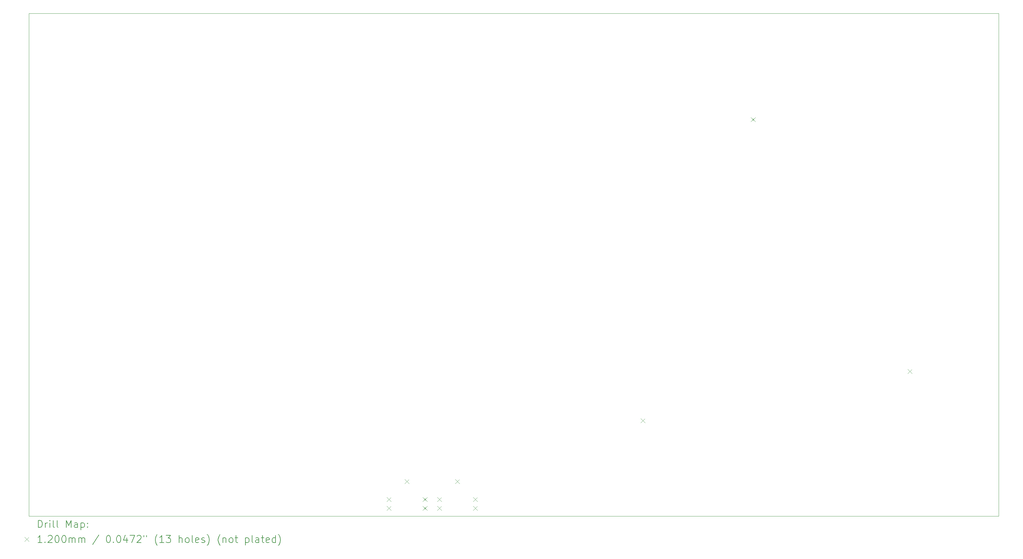
<source format=gbr>
%TF.GenerationSoftware,KiCad,Pcbnew,8.0.4*%
%TF.CreationDate,2024-09-13T17:15:01+02:00*%
%TF.ProjectId,DigiSlatePlus,44696769-536c-4617-9465-506c75732e6b,rev?*%
%TF.SameCoordinates,Original*%
%TF.FileFunction,Drillmap*%
%TF.FilePolarity,Positive*%
%FSLAX45Y45*%
G04 Gerber Fmt 4.5, Leading zero omitted, Abs format (unit mm)*
G04 Created by KiCad (PCBNEW 8.0.4) date 2024-09-13 17:15:01*
%MOMM*%
%LPD*%
G01*
G04 APERTURE LIST*
%ADD10C,0.050000*%
%ADD11C,0.200000*%
%ADD12C,0.120000*%
G04 APERTURE END LIST*
D10*
X7200000Y-6600000D02*
X34200000Y-6600000D01*
X34200000Y-20600000D01*
X7200000Y-20600000D01*
X7200000Y-6600000D01*
D11*
D12*
X17165000Y-20069500D02*
X17285000Y-20189500D01*
X17285000Y-20069500D02*
X17165000Y-20189500D01*
X17165000Y-20319500D02*
X17285000Y-20439500D01*
X17285000Y-20319500D02*
X17165000Y-20439500D01*
X17665000Y-19569500D02*
X17785000Y-19689500D01*
X17785000Y-19569500D02*
X17665000Y-19689500D01*
X18165000Y-20069500D02*
X18285000Y-20189500D01*
X18285000Y-20069500D02*
X18165000Y-20189500D01*
X18165000Y-20319500D02*
X18285000Y-20439500D01*
X18285000Y-20319500D02*
X18165000Y-20439500D01*
X18565000Y-20069500D02*
X18685000Y-20189500D01*
X18685000Y-20069500D02*
X18565000Y-20189500D01*
X18565000Y-20319500D02*
X18685000Y-20439500D01*
X18685000Y-20319500D02*
X18565000Y-20439500D01*
X19065000Y-19569500D02*
X19185000Y-19689500D01*
X19185000Y-19569500D02*
X19065000Y-19689500D01*
X19565000Y-20069500D02*
X19685000Y-20189500D01*
X19685000Y-20069500D02*
X19565000Y-20189500D01*
X19565000Y-20319500D02*
X19685000Y-20439500D01*
X19685000Y-20319500D02*
X19565000Y-20439500D01*
X24230400Y-17878400D02*
X24350400Y-17998400D01*
X24350400Y-17878400D02*
X24230400Y-17998400D01*
X27301000Y-9494500D02*
X27421000Y-9614500D01*
X27421000Y-9494500D02*
X27301000Y-9614500D01*
X31665000Y-16505000D02*
X31785000Y-16625000D01*
X31785000Y-16505000D02*
X31665000Y-16625000D01*
D11*
X7458277Y-20913984D02*
X7458277Y-20713984D01*
X7458277Y-20713984D02*
X7505896Y-20713984D01*
X7505896Y-20713984D02*
X7534467Y-20723508D01*
X7534467Y-20723508D02*
X7553515Y-20742555D01*
X7553515Y-20742555D02*
X7563039Y-20761603D01*
X7563039Y-20761603D02*
X7572562Y-20799698D01*
X7572562Y-20799698D02*
X7572562Y-20828270D01*
X7572562Y-20828270D02*
X7563039Y-20866365D01*
X7563039Y-20866365D02*
X7553515Y-20885412D01*
X7553515Y-20885412D02*
X7534467Y-20904460D01*
X7534467Y-20904460D02*
X7505896Y-20913984D01*
X7505896Y-20913984D02*
X7458277Y-20913984D01*
X7658277Y-20913984D02*
X7658277Y-20780650D01*
X7658277Y-20818746D02*
X7667801Y-20799698D01*
X7667801Y-20799698D02*
X7677324Y-20790174D01*
X7677324Y-20790174D02*
X7696372Y-20780650D01*
X7696372Y-20780650D02*
X7715420Y-20780650D01*
X7782086Y-20913984D02*
X7782086Y-20780650D01*
X7782086Y-20713984D02*
X7772562Y-20723508D01*
X7772562Y-20723508D02*
X7782086Y-20733031D01*
X7782086Y-20733031D02*
X7791610Y-20723508D01*
X7791610Y-20723508D02*
X7782086Y-20713984D01*
X7782086Y-20713984D02*
X7782086Y-20733031D01*
X7905896Y-20913984D02*
X7886848Y-20904460D01*
X7886848Y-20904460D02*
X7877324Y-20885412D01*
X7877324Y-20885412D02*
X7877324Y-20713984D01*
X8010658Y-20913984D02*
X7991610Y-20904460D01*
X7991610Y-20904460D02*
X7982086Y-20885412D01*
X7982086Y-20885412D02*
X7982086Y-20713984D01*
X8239229Y-20913984D02*
X8239229Y-20713984D01*
X8239229Y-20713984D02*
X8305896Y-20856841D01*
X8305896Y-20856841D02*
X8372562Y-20713984D01*
X8372562Y-20713984D02*
X8372562Y-20913984D01*
X8553515Y-20913984D02*
X8553515Y-20809222D01*
X8553515Y-20809222D02*
X8543991Y-20790174D01*
X8543991Y-20790174D02*
X8524944Y-20780650D01*
X8524944Y-20780650D02*
X8486848Y-20780650D01*
X8486848Y-20780650D02*
X8467801Y-20790174D01*
X8553515Y-20904460D02*
X8534467Y-20913984D01*
X8534467Y-20913984D02*
X8486848Y-20913984D01*
X8486848Y-20913984D02*
X8467801Y-20904460D01*
X8467801Y-20904460D02*
X8458277Y-20885412D01*
X8458277Y-20885412D02*
X8458277Y-20866365D01*
X8458277Y-20866365D02*
X8467801Y-20847317D01*
X8467801Y-20847317D02*
X8486848Y-20837793D01*
X8486848Y-20837793D02*
X8534467Y-20837793D01*
X8534467Y-20837793D02*
X8553515Y-20828270D01*
X8648753Y-20780650D02*
X8648753Y-20980650D01*
X8648753Y-20790174D02*
X8667801Y-20780650D01*
X8667801Y-20780650D02*
X8705896Y-20780650D01*
X8705896Y-20780650D02*
X8724944Y-20790174D01*
X8724944Y-20790174D02*
X8734467Y-20799698D01*
X8734467Y-20799698D02*
X8743991Y-20818746D01*
X8743991Y-20818746D02*
X8743991Y-20875889D01*
X8743991Y-20875889D02*
X8734467Y-20894936D01*
X8734467Y-20894936D02*
X8724944Y-20904460D01*
X8724944Y-20904460D02*
X8705896Y-20913984D01*
X8705896Y-20913984D02*
X8667801Y-20913984D01*
X8667801Y-20913984D02*
X8648753Y-20904460D01*
X8829705Y-20894936D02*
X8839229Y-20904460D01*
X8839229Y-20904460D02*
X8829705Y-20913984D01*
X8829705Y-20913984D02*
X8820182Y-20904460D01*
X8820182Y-20904460D02*
X8829705Y-20894936D01*
X8829705Y-20894936D02*
X8829705Y-20913984D01*
X8829705Y-20790174D02*
X8839229Y-20799698D01*
X8839229Y-20799698D02*
X8829705Y-20809222D01*
X8829705Y-20809222D02*
X8820182Y-20799698D01*
X8820182Y-20799698D02*
X8829705Y-20790174D01*
X8829705Y-20790174D02*
X8829705Y-20809222D01*
D12*
X7077500Y-21182500D02*
X7197500Y-21302500D01*
X7197500Y-21182500D02*
X7077500Y-21302500D01*
D11*
X7563039Y-21333984D02*
X7448753Y-21333984D01*
X7505896Y-21333984D02*
X7505896Y-21133984D01*
X7505896Y-21133984D02*
X7486848Y-21162555D01*
X7486848Y-21162555D02*
X7467801Y-21181603D01*
X7467801Y-21181603D02*
X7448753Y-21191127D01*
X7648753Y-21314936D02*
X7658277Y-21324460D01*
X7658277Y-21324460D02*
X7648753Y-21333984D01*
X7648753Y-21333984D02*
X7639229Y-21324460D01*
X7639229Y-21324460D02*
X7648753Y-21314936D01*
X7648753Y-21314936D02*
X7648753Y-21333984D01*
X7734467Y-21153031D02*
X7743991Y-21143508D01*
X7743991Y-21143508D02*
X7763039Y-21133984D01*
X7763039Y-21133984D02*
X7810658Y-21133984D01*
X7810658Y-21133984D02*
X7829705Y-21143508D01*
X7829705Y-21143508D02*
X7839229Y-21153031D01*
X7839229Y-21153031D02*
X7848753Y-21172079D01*
X7848753Y-21172079D02*
X7848753Y-21191127D01*
X7848753Y-21191127D02*
X7839229Y-21219698D01*
X7839229Y-21219698D02*
X7724943Y-21333984D01*
X7724943Y-21333984D02*
X7848753Y-21333984D01*
X7972562Y-21133984D02*
X7991610Y-21133984D01*
X7991610Y-21133984D02*
X8010658Y-21143508D01*
X8010658Y-21143508D02*
X8020182Y-21153031D01*
X8020182Y-21153031D02*
X8029705Y-21172079D01*
X8029705Y-21172079D02*
X8039229Y-21210174D01*
X8039229Y-21210174D02*
X8039229Y-21257793D01*
X8039229Y-21257793D02*
X8029705Y-21295889D01*
X8029705Y-21295889D02*
X8020182Y-21314936D01*
X8020182Y-21314936D02*
X8010658Y-21324460D01*
X8010658Y-21324460D02*
X7991610Y-21333984D01*
X7991610Y-21333984D02*
X7972562Y-21333984D01*
X7972562Y-21333984D02*
X7953515Y-21324460D01*
X7953515Y-21324460D02*
X7943991Y-21314936D01*
X7943991Y-21314936D02*
X7934467Y-21295889D01*
X7934467Y-21295889D02*
X7924943Y-21257793D01*
X7924943Y-21257793D02*
X7924943Y-21210174D01*
X7924943Y-21210174D02*
X7934467Y-21172079D01*
X7934467Y-21172079D02*
X7943991Y-21153031D01*
X7943991Y-21153031D02*
X7953515Y-21143508D01*
X7953515Y-21143508D02*
X7972562Y-21133984D01*
X8163039Y-21133984D02*
X8182086Y-21133984D01*
X8182086Y-21133984D02*
X8201134Y-21143508D01*
X8201134Y-21143508D02*
X8210658Y-21153031D01*
X8210658Y-21153031D02*
X8220182Y-21172079D01*
X8220182Y-21172079D02*
X8229705Y-21210174D01*
X8229705Y-21210174D02*
X8229705Y-21257793D01*
X8229705Y-21257793D02*
X8220182Y-21295889D01*
X8220182Y-21295889D02*
X8210658Y-21314936D01*
X8210658Y-21314936D02*
X8201134Y-21324460D01*
X8201134Y-21324460D02*
X8182086Y-21333984D01*
X8182086Y-21333984D02*
X8163039Y-21333984D01*
X8163039Y-21333984D02*
X8143991Y-21324460D01*
X8143991Y-21324460D02*
X8134467Y-21314936D01*
X8134467Y-21314936D02*
X8124943Y-21295889D01*
X8124943Y-21295889D02*
X8115420Y-21257793D01*
X8115420Y-21257793D02*
X8115420Y-21210174D01*
X8115420Y-21210174D02*
X8124943Y-21172079D01*
X8124943Y-21172079D02*
X8134467Y-21153031D01*
X8134467Y-21153031D02*
X8143991Y-21143508D01*
X8143991Y-21143508D02*
X8163039Y-21133984D01*
X8315420Y-21333984D02*
X8315420Y-21200650D01*
X8315420Y-21219698D02*
X8324943Y-21210174D01*
X8324943Y-21210174D02*
X8343991Y-21200650D01*
X8343991Y-21200650D02*
X8372563Y-21200650D01*
X8372563Y-21200650D02*
X8391610Y-21210174D01*
X8391610Y-21210174D02*
X8401134Y-21229222D01*
X8401134Y-21229222D02*
X8401134Y-21333984D01*
X8401134Y-21229222D02*
X8410658Y-21210174D01*
X8410658Y-21210174D02*
X8429705Y-21200650D01*
X8429705Y-21200650D02*
X8458277Y-21200650D01*
X8458277Y-21200650D02*
X8477325Y-21210174D01*
X8477325Y-21210174D02*
X8486848Y-21229222D01*
X8486848Y-21229222D02*
X8486848Y-21333984D01*
X8582086Y-21333984D02*
X8582086Y-21200650D01*
X8582086Y-21219698D02*
X8591610Y-21210174D01*
X8591610Y-21210174D02*
X8610658Y-21200650D01*
X8610658Y-21200650D02*
X8639229Y-21200650D01*
X8639229Y-21200650D02*
X8658277Y-21210174D01*
X8658277Y-21210174D02*
X8667801Y-21229222D01*
X8667801Y-21229222D02*
X8667801Y-21333984D01*
X8667801Y-21229222D02*
X8677325Y-21210174D01*
X8677325Y-21210174D02*
X8696372Y-21200650D01*
X8696372Y-21200650D02*
X8724944Y-21200650D01*
X8724944Y-21200650D02*
X8743991Y-21210174D01*
X8743991Y-21210174D02*
X8753515Y-21229222D01*
X8753515Y-21229222D02*
X8753515Y-21333984D01*
X9143991Y-21124460D02*
X8972563Y-21381603D01*
X9401134Y-21133984D02*
X9420182Y-21133984D01*
X9420182Y-21133984D02*
X9439229Y-21143508D01*
X9439229Y-21143508D02*
X9448753Y-21153031D01*
X9448753Y-21153031D02*
X9458277Y-21172079D01*
X9458277Y-21172079D02*
X9467801Y-21210174D01*
X9467801Y-21210174D02*
X9467801Y-21257793D01*
X9467801Y-21257793D02*
X9458277Y-21295889D01*
X9458277Y-21295889D02*
X9448753Y-21314936D01*
X9448753Y-21314936D02*
X9439229Y-21324460D01*
X9439229Y-21324460D02*
X9420182Y-21333984D01*
X9420182Y-21333984D02*
X9401134Y-21333984D01*
X9401134Y-21333984D02*
X9382087Y-21324460D01*
X9382087Y-21324460D02*
X9372563Y-21314936D01*
X9372563Y-21314936D02*
X9363039Y-21295889D01*
X9363039Y-21295889D02*
X9353515Y-21257793D01*
X9353515Y-21257793D02*
X9353515Y-21210174D01*
X9353515Y-21210174D02*
X9363039Y-21172079D01*
X9363039Y-21172079D02*
X9372563Y-21153031D01*
X9372563Y-21153031D02*
X9382087Y-21143508D01*
X9382087Y-21143508D02*
X9401134Y-21133984D01*
X9553515Y-21314936D02*
X9563039Y-21324460D01*
X9563039Y-21324460D02*
X9553515Y-21333984D01*
X9553515Y-21333984D02*
X9543991Y-21324460D01*
X9543991Y-21324460D02*
X9553515Y-21314936D01*
X9553515Y-21314936D02*
X9553515Y-21333984D01*
X9686848Y-21133984D02*
X9705896Y-21133984D01*
X9705896Y-21133984D02*
X9724944Y-21143508D01*
X9724944Y-21143508D02*
X9734468Y-21153031D01*
X9734468Y-21153031D02*
X9743991Y-21172079D01*
X9743991Y-21172079D02*
X9753515Y-21210174D01*
X9753515Y-21210174D02*
X9753515Y-21257793D01*
X9753515Y-21257793D02*
X9743991Y-21295889D01*
X9743991Y-21295889D02*
X9734468Y-21314936D01*
X9734468Y-21314936D02*
X9724944Y-21324460D01*
X9724944Y-21324460D02*
X9705896Y-21333984D01*
X9705896Y-21333984D02*
X9686848Y-21333984D01*
X9686848Y-21333984D02*
X9667801Y-21324460D01*
X9667801Y-21324460D02*
X9658277Y-21314936D01*
X9658277Y-21314936D02*
X9648753Y-21295889D01*
X9648753Y-21295889D02*
X9639229Y-21257793D01*
X9639229Y-21257793D02*
X9639229Y-21210174D01*
X9639229Y-21210174D02*
X9648753Y-21172079D01*
X9648753Y-21172079D02*
X9658277Y-21153031D01*
X9658277Y-21153031D02*
X9667801Y-21143508D01*
X9667801Y-21143508D02*
X9686848Y-21133984D01*
X9924944Y-21200650D02*
X9924944Y-21333984D01*
X9877325Y-21124460D02*
X9829706Y-21267317D01*
X9829706Y-21267317D02*
X9953515Y-21267317D01*
X10010658Y-21133984D02*
X10143991Y-21133984D01*
X10143991Y-21133984D02*
X10058277Y-21333984D01*
X10210658Y-21153031D02*
X10220182Y-21143508D01*
X10220182Y-21143508D02*
X10239229Y-21133984D01*
X10239229Y-21133984D02*
X10286849Y-21133984D01*
X10286849Y-21133984D02*
X10305896Y-21143508D01*
X10305896Y-21143508D02*
X10315420Y-21153031D01*
X10315420Y-21153031D02*
X10324944Y-21172079D01*
X10324944Y-21172079D02*
X10324944Y-21191127D01*
X10324944Y-21191127D02*
X10315420Y-21219698D01*
X10315420Y-21219698D02*
X10201134Y-21333984D01*
X10201134Y-21333984D02*
X10324944Y-21333984D01*
X10401134Y-21133984D02*
X10401134Y-21172079D01*
X10477325Y-21133984D02*
X10477325Y-21172079D01*
X10772563Y-21410174D02*
X10763039Y-21400650D01*
X10763039Y-21400650D02*
X10743991Y-21372079D01*
X10743991Y-21372079D02*
X10734468Y-21353031D01*
X10734468Y-21353031D02*
X10724944Y-21324460D01*
X10724944Y-21324460D02*
X10715420Y-21276841D01*
X10715420Y-21276841D02*
X10715420Y-21238746D01*
X10715420Y-21238746D02*
X10724944Y-21191127D01*
X10724944Y-21191127D02*
X10734468Y-21162555D01*
X10734468Y-21162555D02*
X10743991Y-21143508D01*
X10743991Y-21143508D02*
X10763039Y-21114936D01*
X10763039Y-21114936D02*
X10772563Y-21105412D01*
X10953515Y-21333984D02*
X10839230Y-21333984D01*
X10896372Y-21333984D02*
X10896372Y-21133984D01*
X10896372Y-21133984D02*
X10877325Y-21162555D01*
X10877325Y-21162555D02*
X10858277Y-21181603D01*
X10858277Y-21181603D02*
X10839230Y-21191127D01*
X11020182Y-21133984D02*
X11143991Y-21133984D01*
X11143991Y-21133984D02*
X11077325Y-21210174D01*
X11077325Y-21210174D02*
X11105896Y-21210174D01*
X11105896Y-21210174D02*
X11124944Y-21219698D01*
X11124944Y-21219698D02*
X11134468Y-21229222D01*
X11134468Y-21229222D02*
X11143991Y-21248270D01*
X11143991Y-21248270D02*
X11143991Y-21295889D01*
X11143991Y-21295889D02*
X11134468Y-21314936D01*
X11134468Y-21314936D02*
X11124944Y-21324460D01*
X11124944Y-21324460D02*
X11105896Y-21333984D01*
X11105896Y-21333984D02*
X11048753Y-21333984D01*
X11048753Y-21333984D02*
X11029706Y-21324460D01*
X11029706Y-21324460D02*
X11020182Y-21314936D01*
X11382087Y-21333984D02*
X11382087Y-21133984D01*
X11467801Y-21333984D02*
X11467801Y-21229222D01*
X11467801Y-21229222D02*
X11458277Y-21210174D01*
X11458277Y-21210174D02*
X11439230Y-21200650D01*
X11439230Y-21200650D02*
X11410658Y-21200650D01*
X11410658Y-21200650D02*
X11391610Y-21210174D01*
X11391610Y-21210174D02*
X11382087Y-21219698D01*
X11591610Y-21333984D02*
X11572563Y-21324460D01*
X11572563Y-21324460D02*
X11563039Y-21314936D01*
X11563039Y-21314936D02*
X11553515Y-21295889D01*
X11553515Y-21295889D02*
X11553515Y-21238746D01*
X11553515Y-21238746D02*
X11563039Y-21219698D01*
X11563039Y-21219698D02*
X11572563Y-21210174D01*
X11572563Y-21210174D02*
X11591610Y-21200650D01*
X11591610Y-21200650D02*
X11620182Y-21200650D01*
X11620182Y-21200650D02*
X11639230Y-21210174D01*
X11639230Y-21210174D02*
X11648753Y-21219698D01*
X11648753Y-21219698D02*
X11658277Y-21238746D01*
X11658277Y-21238746D02*
X11658277Y-21295889D01*
X11658277Y-21295889D02*
X11648753Y-21314936D01*
X11648753Y-21314936D02*
X11639230Y-21324460D01*
X11639230Y-21324460D02*
X11620182Y-21333984D01*
X11620182Y-21333984D02*
X11591610Y-21333984D01*
X11772563Y-21333984D02*
X11753515Y-21324460D01*
X11753515Y-21324460D02*
X11743991Y-21305412D01*
X11743991Y-21305412D02*
X11743991Y-21133984D01*
X11924944Y-21324460D02*
X11905896Y-21333984D01*
X11905896Y-21333984D02*
X11867801Y-21333984D01*
X11867801Y-21333984D02*
X11848753Y-21324460D01*
X11848753Y-21324460D02*
X11839230Y-21305412D01*
X11839230Y-21305412D02*
X11839230Y-21229222D01*
X11839230Y-21229222D02*
X11848753Y-21210174D01*
X11848753Y-21210174D02*
X11867801Y-21200650D01*
X11867801Y-21200650D02*
X11905896Y-21200650D01*
X11905896Y-21200650D02*
X11924944Y-21210174D01*
X11924944Y-21210174D02*
X11934468Y-21229222D01*
X11934468Y-21229222D02*
X11934468Y-21248270D01*
X11934468Y-21248270D02*
X11839230Y-21267317D01*
X12010658Y-21324460D02*
X12029706Y-21333984D01*
X12029706Y-21333984D02*
X12067801Y-21333984D01*
X12067801Y-21333984D02*
X12086849Y-21324460D01*
X12086849Y-21324460D02*
X12096372Y-21305412D01*
X12096372Y-21305412D02*
X12096372Y-21295889D01*
X12096372Y-21295889D02*
X12086849Y-21276841D01*
X12086849Y-21276841D02*
X12067801Y-21267317D01*
X12067801Y-21267317D02*
X12039230Y-21267317D01*
X12039230Y-21267317D02*
X12020182Y-21257793D01*
X12020182Y-21257793D02*
X12010658Y-21238746D01*
X12010658Y-21238746D02*
X12010658Y-21229222D01*
X12010658Y-21229222D02*
X12020182Y-21210174D01*
X12020182Y-21210174D02*
X12039230Y-21200650D01*
X12039230Y-21200650D02*
X12067801Y-21200650D01*
X12067801Y-21200650D02*
X12086849Y-21210174D01*
X12163039Y-21410174D02*
X12172563Y-21400650D01*
X12172563Y-21400650D02*
X12191611Y-21372079D01*
X12191611Y-21372079D02*
X12201134Y-21353031D01*
X12201134Y-21353031D02*
X12210658Y-21324460D01*
X12210658Y-21324460D02*
X12220182Y-21276841D01*
X12220182Y-21276841D02*
X12220182Y-21238746D01*
X12220182Y-21238746D02*
X12210658Y-21191127D01*
X12210658Y-21191127D02*
X12201134Y-21162555D01*
X12201134Y-21162555D02*
X12191611Y-21143508D01*
X12191611Y-21143508D02*
X12172563Y-21114936D01*
X12172563Y-21114936D02*
X12163039Y-21105412D01*
X12524944Y-21410174D02*
X12515420Y-21400650D01*
X12515420Y-21400650D02*
X12496372Y-21372079D01*
X12496372Y-21372079D02*
X12486849Y-21353031D01*
X12486849Y-21353031D02*
X12477325Y-21324460D01*
X12477325Y-21324460D02*
X12467801Y-21276841D01*
X12467801Y-21276841D02*
X12467801Y-21238746D01*
X12467801Y-21238746D02*
X12477325Y-21191127D01*
X12477325Y-21191127D02*
X12486849Y-21162555D01*
X12486849Y-21162555D02*
X12496372Y-21143508D01*
X12496372Y-21143508D02*
X12515420Y-21114936D01*
X12515420Y-21114936D02*
X12524944Y-21105412D01*
X12601134Y-21200650D02*
X12601134Y-21333984D01*
X12601134Y-21219698D02*
X12610658Y-21210174D01*
X12610658Y-21210174D02*
X12629706Y-21200650D01*
X12629706Y-21200650D02*
X12658277Y-21200650D01*
X12658277Y-21200650D02*
X12677325Y-21210174D01*
X12677325Y-21210174D02*
X12686849Y-21229222D01*
X12686849Y-21229222D02*
X12686849Y-21333984D01*
X12810658Y-21333984D02*
X12791611Y-21324460D01*
X12791611Y-21324460D02*
X12782087Y-21314936D01*
X12782087Y-21314936D02*
X12772563Y-21295889D01*
X12772563Y-21295889D02*
X12772563Y-21238746D01*
X12772563Y-21238746D02*
X12782087Y-21219698D01*
X12782087Y-21219698D02*
X12791611Y-21210174D01*
X12791611Y-21210174D02*
X12810658Y-21200650D01*
X12810658Y-21200650D02*
X12839230Y-21200650D01*
X12839230Y-21200650D02*
X12858277Y-21210174D01*
X12858277Y-21210174D02*
X12867801Y-21219698D01*
X12867801Y-21219698D02*
X12877325Y-21238746D01*
X12877325Y-21238746D02*
X12877325Y-21295889D01*
X12877325Y-21295889D02*
X12867801Y-21314936D01*
X12867801Y-21314936D02*
X12858277Y-21324460D01*
X12858277Y-21324460D02*
X12839230Y-21333984D01*
X12839230Y-21333984D02*
X12810658Y-21333984D01*
X12934468Y-21200650D02*
X13010658Y-21200650D01*
X12963039Y-21133984D02*
X12963039Y-21305412D01*
X12963039Y-21305412D02*
X12972563Y-21324460D01*
X12972563Y-21324460D02*
X12991611Y-21333984D01*
X12991611Y-21333984D02*
X13010658Y-21333984D01*
X13229706Y-21200650D02*
X13229706Y-21400650D01*
X13229706Y-21210174D02*
X13248753Y-21200650D01*
X13248753Y-21200650D02*
X13286849Y-21200650D01*
X13286849Y-21200650D02*
X13305896Y-21210174D01*
X13305896Y-21210174D02*
X13315420Y-21219698D01*
X13315420Y-21219698D02*
X13324944Y-21238746D01*
X13324944Y-21238746D02*
X13324944Y-21295889D01*
X13324944Y-21295889D02*
X13315420Y-21314936D01*
X13315420Y-21314936D02*
X13305896Y-21324460D01*
X13305896Y-21324460D02*
X13286849Y-21333984D01*
X13286849Y-21333984D02*
X13248753Y-21333984D01*
X13248753Y-21333984D02*
X13229706Y-21324460D01*
X13439230Y-21333984D02*
X13420182Y-21324460D01*
X13420182Y-21324460D02*
X13410658Y-21305412D01*
X13410658Y-21305412D02*
X13410658Y-21133984D01*
X13601134Y-21333984D02*
X13601134Y-21229222D01*
X13601134Y-21229222D02*
X13591611Y-21210174D01*
X13591611Y-21210174D02*
X13572563Y-21200650D01*
X13572563Y-21200650D02*
X13534468Y-21200650D01*
X13534468Y-21200650D02*
X13515420Y-21210174D01*
X13601134Y-21324460D02*
X13582087Y-21333984D01*
X13582087Y-21333984D02*
X13534468Y-21333984D01*
X13534468Y-21333984D02*
X13515420Y-21324460D01*
X13515420Y-21324460D02*
X13505896Y-21305412D01*
X13505896Y-21305412D02*
X13505896Y-21286365D01*
X13505896Y-21286365D02*
X13515420Y-21267317D01*
X13515420Y-21267317D02*
X13534468Y-21257793D01*
X13534468Y-21257793D02*
X13582087Y-21257793D01*
X13582087Y-21257793D02*
X13601134Y-21248270D01*
X13667801Y-21200650D02*
X13743992Y-21200650D01*
X13696373Y-21133984D02*
X13696373Y-21305412D01*
X13696373Y-21305412D02*
X13705896Y-21324460D01*
X13705896Y-21324460D02*
X13724944Y-21333984D01*
X13724944Y-21333984D02*
X13743992Y-21333984D01*
X13886849Y-21324460D02*
X13867801Y-21333984D01*
X13867801Y-21333984D02*
X13829706Y-21333984D01*
X13829706Y-21333984D02*
X13810658Y-21324460D01*
X13810658Y-21324460D02*
X13801134Y-21305412D01*
X13801134Y-21305412D02*
X13801134Y-21229222D01*
X13801134Y-21229222D02*
X13810658Y-21210174D01*
X13810658Y-21210174D02*
X13829706Y-21200650D01*
X13829706Y-21200650D02*
X13867801Y-21200650D01*
X13867801Y-21200650D02*
X13886849Y-21210174D01*
X13886849Y-21210174D02*
X13896373Y-21229222D01*
X13896373Y-21229222D02*
X13896373Y-21248270D01*
X13896373Y-21248270D02*
X13801134Y-21267317D01*
X14067801Y-21333984D02*
X14067801Y-21133984D01*
X14067801Y-21324460D02*
X14048754Y-21333984D01*
X14048754Y-21333984D02*
X14010658Y-21333984D01*
X14010658Y-21333984D02*
X13991611Y-21324460D01*
X13991611Y-21324460D02*
X13982087Y-21314936D01*
X13982087Y-21314936D02*
X13972563Y-21295889D01*
X13972563Y-21295889D02*
X13972563Y-21238746D01*
X13972563Y-21238746D02*
X13982087Y-21219698D01*
X13982087Y-21219698D02*
X13991611Y-21210174D01*
X13991611Y-21210174D02*
X14010658Y-21200650D01*
X14010658Y-21200650D02*
X14048754Y-21200650D01*
X14048754Y-21200650D02*
X14067801Y-21210174D01*
X14143992Y-21410174D02*
X14153515Y-21400650D01*
X14153515Y-21400650D02*
X14172563Y-21372079D01*
X14172563Y-21372079D02*
X14182087Y-21353031D01*
X14182087Y-21353031D02*
X14191611Y-21324460D01*
X14191611Y-21324460D02*
X14201134Y-21276841D01*
X14201134Y-21276841D02*
X14201134Y-21238746D01*
X14201134Y-21238746D02*
X14191611Y-21191127D01*
X14191611Y-21191127D02*
X14182087Y-21162555D01*
X14182087Y-21162555D02*
X14172563Y-21143508D01*
X14172563Y-21143508D02*
X14153515Y-21114936D01*
X14153515Y-21114936D02*
X14143992Y-21105412D01*
M02*

</source>
